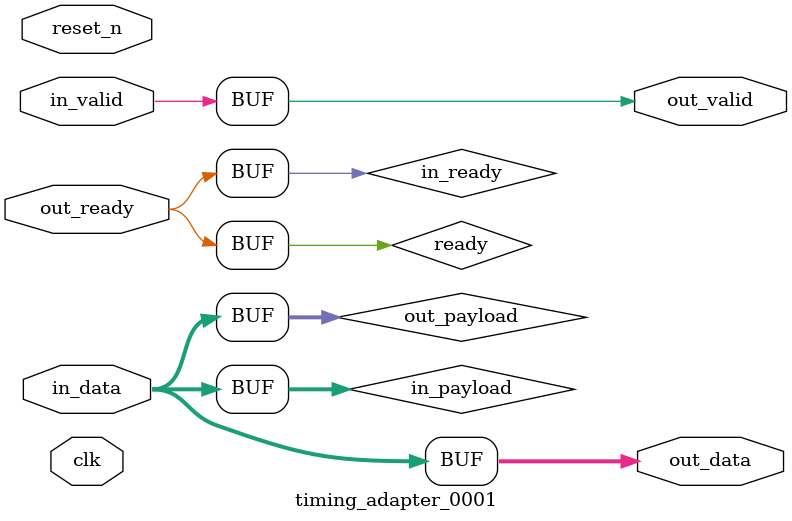
<source format=v>

`timescale 1ns / 100ps
module timing_adapter_0001 (
    
      // Interface: clk
      input              clk,
      // Interface: reset
      input              reset_n,
      // Interface: in
      input              in_valid,
      input      [ 7: 0] in_data,
      // Interface: out
      output reg         out_valid,
      output reg [ 7: 0] out_data,
      input              out_ready
);




   // ---------------------------------------------------------------------
   //| Signal Declarations
   // ---------------------------------------------------------------------

   reg  [ 7: 0] in_payload;
   reg  [ 7: 0] out_payload;
   reg  [ 0: 0] ready;
   reg          in_ready;
   // synthesis translate_off
   always @(negedge in_ready) begin
      $display("%m: The downstream component is backpressuring by deasserting ready, but the upstream component can't be backpressured.");
   end
   // synthesis translate_on   


   // ---------------------------------------------------------------------
   //| Payload Mapping
   // ---------------------------------------------------------------------
   always @* begin
     in_payload = {in_data};
     {out_data} = out_payload;
   end

   // ---------------------------------------------------------------------
   //| Ready & valid signals.
   // ---------------------------------------------------------------------
   always @* begin
     ready[0] = out_ready;
     out_valid = in_valid;
     out_payload = in_payload;
     in_ready = ready[0];
   end




endmodule


</source>
